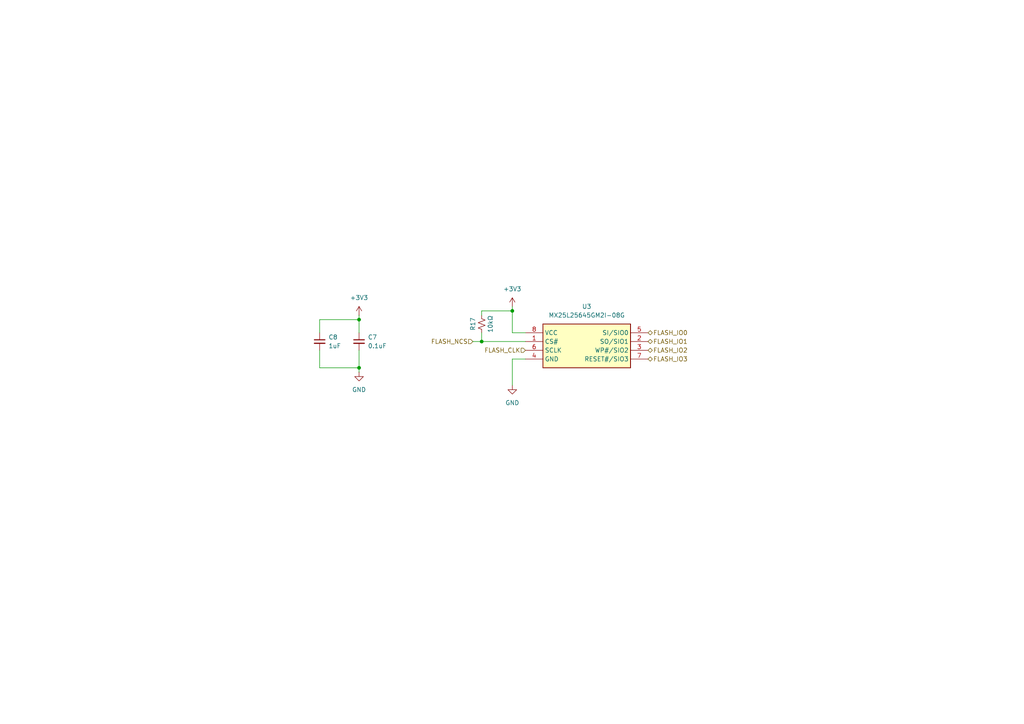
<source format=kicad_sch>
(kicad_sch
	(version 20250114)
	(generator "eeschema")
	(generator_version "9.0")
	(uuid "dd3ccffb-9d59-4dbb-8146-e17d60df9921")
	(paper "A4")
	(lib_symbols
		(symbol "Device_Custom:C_Small"
			(pin_numbers
				(hide yes)
			)
			(pin_names
				(offset 0.254)
				(hide yes)
			)
			(exclude_from_sim no)
			(in_bom yes)
			(on_board yes)
			(property "Reference" "C"
				(at 0.254 1.778 0)
				(effects
					(font
						(size 1.27 1.27)
					)
					(justify left)
				)
			)
			(property "Value" "C_Small"
				(at 0.254 -2.032 0)
				(effects
					(font
						(size 1.27 1.27)
					)
					(justify left)
				)
			)
			(property "Footprint" ""
				(at 0 0 0)
				(effects
					(font
						(size 1.27 1.27)
					)
					(hide yes)
				)
			)
			(property "Datasheet" "~"
				(at 0 0 0)
				(effects
					(font
						(size 1.27 1.27)
					)
					(hide yes)
				)
			)
			(property "Description" "Unpolarized capacitor, small symbol"
				(at 0 0 0)
				(effects
					(font
						(size 1.27 1.27)
					)
					(hide yes)
				)
			)
			(property "LCSC Part #" ""
				(at 0 0 0)
				(effects
					(font
						(size 1.27 1.27)
					)
					(hide yes)
				)
			)
			(property "ki_keywords" "capacitor cap"
				(at 0 0 0)
				(effects
					(font
						(size 1.27 1.27)
					)
					(hide yes)
				)
			)
			(property "ki_fp_filters" "C_*"
				(at 0 0 0)
				(effects
					(font
						(size 1.27 1.27)
					)
					(hide yes)
				)
			)
			(symbol "C_Small_0_1"
				(polyline
					(pts
						(xy -1.524 0.508) (xy 1.524 0.508)
					)
					(stroke
						(width 0.3048)
						(type default)
					)
					(fill
						(type none)
					)
				)
				(polyline
					(pts
						(xy -1.524 -0.508) (xy 1.524 -0.508)
					)
					(stroke
						(width 0.3302)
						(type default)
					)
					(fill
						(type none)
					)
				)
			)
			(symbol "C_Small_1_1"
				(pin passive line
					(at 0 2.54 270)
					(length 2.032)
					(name "~"
						(effects
							(font
								(size 1.27 1.27)
							)
						)
					)
					(number "1"
						(effects
							(font
								(size 1.27 1.27)
							)
						)
					)
				)
				(pin passive line
					(at 0 -2.54 90)
					(length 2.032)
					(name "~"
						(effects
							(font
								(size 1.27 1.27)
							)
						)
					)
					(number "2"
						(effects
							(font
								(size 1.27 1.27)
							)
						)
					)
				)
			)
			(embedded_fonts no)
		)
		(symbol "Device_Custom:R_Small_US"
			(pin_numbers
				(hide yes)
			)
			(pin_names
				(offset 0.254)
				(hide yes)
			)
			(exclude_from_sim no)
			(in_bom yes)
			(on_board yes)
			(property "Reference" "R"
				(at 0.762 0.508 0)
				(effects
					(font
						(size 1.27 1.27)
					)
					(justify left)
				)
			)
			(property "Value" "R_Small_US"
				(at 0.762 -1.016 0)
				(effects
					(font
						(size 1.27 1.27)
					)
					(justify left)
				)
			)
			(property "Footprint" ""
				(at 0 0 0)
				(effects
					(font
						(size 1.27 1.27)
					)
					(hide yes)
				)
			)
			(property "Datasheet" "~"
				(at 0 0 0)
				(effects
					(font
						(size 1.27 1.27)
					)
					(hide yes)
				)
			)
			(property "Description" "Resistor, small US symbol"
				(at 0 0 0)
				(effects
					(font
						(size 1.27 1.27)
					)
					(hide yes)
				)
			)
			(property "LCSC Part #" ""
				(at 0 0 0)
				(effects
					(font
						(size 1.27 1.27)
					)
					(hide yes)
				)
			)
			(property "ki_keywords" "r resistor"
				(at 0 0 0)
				(effects
					(font
						(size 1.27 1.27)
					)
					(hide yes)
				)
			)
			(property "ki_fp_filters" "R_*"
				(at 0 0 0)
				(effects
					(font
						(size 1.27 1.27)
					)
					(hide yes)
				)
			)
			(symbol "R_Small_US_1_1"
				(polyline
					(pts
						(xy 0 1.524) (xy 1.016 1.143) (xy 0 0.762) (xy -1.016 0.381) (xy 0 0)
					)
					(stroke
						(width 0)
						(type default)
					)
					(fill
						(type none)
					)
				)
				(polyline
					(pts
						(xy 0 0) (xy 1.016 -0.381) (xy 0 -0.762) (xy -1.016 -1.143) (xy 0 -1.524)
					)
					(stroke
						(width 0)
						(type default)
					)
					(fill
						(type none)
					)
				)
				(pin passive line
					(at 0 2.54 270)
					(length 1.016)
					(name "~"
						(effects
							(font
								(size 1.27 1.27)
							)
						)
					)
					(number "1"
						(effects
							(font
								(size 1.27 1.27)
							)
						)
					)
				)
				(pin passive line
					(at 0 -2.54 90)
					(length 1.016)
					(name "~"
						(effects
							(font
								(size 1.27 1.27)
							)
						)
					)
					(number "2"
						(effects
							(font
								(size 1.27 1.27)
							)
						)
					)
				)
			)
			(embedded_fonts no)
		)
		(symbol "canardboard:MX25L25645GM2I-08G"
			(exclude_from_sim no)
			(in_bom yes)
			(on_board yes)
			(property "Reference" "U"
				(at 6.604 7.366 0)
				(effects
					(font
						(size 1.27 1.27)
					)
					(justify left top)
				)
			)
			(property "Value" "MX25L25645GM2I-08G"
				(at 6.604 4.826 0)
				(effects
					(font
						(size 1.27 1.27)
					)
					(justify left top)
				)
			)
			(property "Footprint" "SOIC127P790X216-8N"
				(at 39.37 -94.92 0)
				(effects
					(font
						(size 1.27 1.27)
					)
					(justify left top)
					(hide yes)
				)
			)
			(property "Datasheet" "https://www.mxic.com.tw/Lists/Datasheet/Attachments/8906/MX25L25645G,%203V,%20256Mb,%20v2.0.pdf"
				(at 39.37 -194.92 0)
				(effects
					(font
						(size 1.27 1.27)
					)
					(justify left top)
					(hide yes)
				)
			)
			(property "Description" ""
				(at 0 0 0)
				(effects
					(font
						(size 1.27 1.27)
					)
					(hide yes)
				)
			)
			(property "Height" "2.16"
				(at 39.37 -394.92 0)
				(effects
					(font
						(size 1.27 1.27)
					)
					(justify left top)
					(hide yes)
				)
			)
			(property "Mouser Part Number" "95-25L25645GM2I0TR"
				(at 39.37 -494.92 0)
				(effects
					(font
						(size 1.27 1.27)
					)
					(justify left top)
					(hide yes)
				)
			)
			(property "Mouser Price/Stock" "https://www.mouser.co.uk/ProductDetail/Macronix/MX25L25645GM2I-08G-TR?qs=mELouGlnn3ePrySf7raZ7g%3D%3D"
				(at 39.37 -594.92 0)
				(effects
					(font
						(size 1.27 1.27)
					)
					(justify left top)
					(hide yes)
				)
			)
			(property "Manufacturer_Name" "Macronix"
				(at 39.37 -694.92 0)
				(effects
					(font
						(size 1.27 1.27)
					)
					(justify left top)
					(hide yes)
				)
			)
			(property "Manufacturer_Part_Number" "MX25L25645GM2I-08G-TR"
				(at 39.37 -794.92 0)
				(effects
					(font
						(size 1.27 1.27)
					)
					(justify left top)
					(hide yes)
				)
			)
			(symbol "MX25L25645GM2I-08G_1_1"
				(rectangle
					(start 5.08 2.54)
					(end 30.48 -10.16)
					(stroke
						(width 0.254)
						(type default)
					)
					(fill
						(type background)
					)
				)
				(pin passive line
					(at 0 0 0)
					(length 5.08)
					(name "VCC"
						(effects
							(font
								(size 1.27 1.27)
							)
						)
					)
					(number "8"
						(effects
							(font
								(size 1.27 1.27)
							)
						)
					)
				)
				(pin passive line
					(at 0 -2.54 0)
					(length 5.08)
					(name "CS#"
						(effects
							(font
								(size 1.27 1.27)
							)
						)
					)
					(number "1"
						(effects
							(font
								(size 1.27 1.27)
							)
						)
					)
				)
				(pin passive line
					(at 0 -5.08 0)
					(length 5.08)
					(name "SCLK"
						(effects
							(font
								(size 1.27 1.27)
							)
						)
					)
					(number "6"
						(effects
							(font
								(size 1.27 1.27)
							)
						)
					)
				)
				(pin passive line
					(at 0 -7.62 0)
					(length 5.08)
					(name "GND"
						(effects
							(font
								(size 1.27 1.27)
							)
						)
					)
					(number "4"
						(effects
							(font
								(size 1.27 1.27)
							)
						)
					)
				)
				(pin passive line
					(at 35.56 0 180)
					(length 5.08)
					(name "SI/SIO0"
						(effects
							(font
								(size 1.27 1.27)
							)
						)
					)
					(number "5"
						(effects
							(font
								(size 1.27 1.27)
							)
						)
					)
				)
				(pin passive line
					(at 35.56 -2.54 180)
					(length 5.08)
					(name "SO/SIO1"
						(effects
							(font
								(size 1.27 1.27)
							)
						)
					)
					(number "2"
						(effects
							(font
								(size 1.27 1.27)
							)
						)
					)
				)
				(pin passive line
					(at 35.56 -5.08 180)
					(length 5.08)
					(name "WP#/SIO2"
						(effects
							(font
								(size 1.27 1.27)
							)
						)
					)
					(number "3"
						(effects
							(font
								(size 1.27 1.27)
							)
						)
					)
				)
				(pin passive line
					(at 35.56 -7.62 180)
					(length 5.08)
					(name "RESET#/SIO3"
						(effects
							(font
								(size 1.27 1.27)
							)
						)
					)
					(number "7"
						(effects
							(font
								(size 1.27 1.27)
							)
						)
					)
				)
			)
			(embedded_fonts no)
		)
		(symbol "power:+3V3"
			(power)
			(pin_numbers
				(hide yes)
			)
			(pin_names
				(offset 0)
				(hide yes)
			)
			(exclude_from_sim no)
			(in_bom yes)
			(on_board yes)
			(property "Reference" "#PWR"
				(at 0 -3.81 0)
				(effects
					(font
						(size 1.27 1.27)
					)
					(hide yes)
				)
			)
			(property "Value" "+3V3"
				(at 0 3.556 0)
				(effects
					(font
						(size 1.27 1.27)
					)
				)
			)
			(property "Footprint" ""
				(at 0 0 0)
				(effects
					(font
						(size 1.27 1.27)
					)
					(hide yes)
				)
			)
			(property "Datasheet" ""
				(at 0 0 0)
				(effects
					(font
						(size 1.27 1.27)
					)
					(hide yes)
				)
			)
			(property "Description" "Power symbol creates a global label with name \"+3V3\""
				(at 0 0 0)
				(effects
					(font
						(size 1.27 1.27)
					)
					(hide yes)
				)
			)
			(property "ki_keywords" "global power"
				(at 0 0 0)
				(effects
					(font
						(size 1.27 1.27)
					)
					(hide yes)
				)
			)
			(symbol "+3V3_0_1"
				(polyline
					(pts
						(xy -0.762 1.27) (xy 0 2.54)
					)
					(stroke
						(width 0)
						(type default)
					)
					(fill
						(type none)
					)
				)
				(polyline
					(pts
						(xy 0 2.54) (xy 0.762 1.27)
					)
					(stroke
						(width 0)
						(type default)
					)
					(fill
						(type none)
					)
				)
				(polyline
					(pts
						(xy 0 0) (xy 0 2.54)
					)
					(stroke
						(width 0)
						(type default)
					)
					(fill
						(type none)
					)
				)
			)
			(symbol "+3V3_1_1"
				(pin power_in line
					(at 0 0 90)
					(length 0)
					(name "~"
						(effects
							(font
								(size 1.27 1.27)
							)
						)
					)
					(number "1"
						(effects
							(font
								(size 1.27 1.27)
							)
						)
					)
				)
			)
			(embedded_fonts no)
		)
		(symbol "power:GND"
			(power)
			(pin_numbers
				(hide yes)
			)
			(pin_names
				(offset 0)
				(hide yes)
			)
			(exclude_from_sim no)
			(in_bom yes)
			(on_board yes)
			(property "Reference" "#PWR"
				(at 0 -6.35 0)
				(effects
					(font
						(size 1.27 1.27)
					)
					(hide yes)
				)
			)
			(property "Value" "GND"
				(at 0 -3.81 0)
				(effects
					(font
						(size 1.27 1.27)
					)
				)
			)
			(property "Footprint" ""
				(at 0 0 0)
				(effects
					(font
						(size 1.27 1.27)
					)
					(hide yes)
				)
			)
			(property "Datasheet" ""
				(at 0 0 0)
				(effects
					(font
						(size 1.27 1.27)
					)
					(hide yes)
				)
			)
			(property "Description" "Power symbol creates a global label with name \"GND\" , ground"
				(at 0 0 0)
				(effects
					(font
						(size 1.27 1.27)
					)
					(hide yes)
				)
			)
			(property "ki_keywords" "global power"
				(at 0 0 0)
				(effects
					(font
						(size 1.27 1.27)
					)
					(hide yes)
				)
			)
			(symbol "GND_0_1"
				(polyline
					(pts
						(xy 0 0) (xy 0 -1.27) (xy 1.27 -1.27) (xy 0 -2.54) (xy -1.27 -1.27) (xy 0 -1.27)
					)
					(stroke
						(width 0)
						(type default)
					)
					(fill
						(type none)
					)
				)
			)
			(symbol "GND_1_1"
				(pin power_in line
					(at 0 0 270)
					(length 0)
					(name "~"
						(effects
							(font
								(size 1.27 1.27)
							)
						)
					)
					(number "1"
						(effects
							(font
								(size 1.27 1.27)
							)
						)
					)
				)
			)
			(embedded_fonts no)
		)
	)
	(junction
		(at 104.14 92.71)
		(diameter 0)
		(color 0 0 0 0)
		(uuid "39f3e70f-f824-4354-b107-a68fa9b5f455")
	)
	(junction
		(at 104.14 106.68)
		(diameter 0)
		(color 0 0 0 0)
		(uuid "96520e67-d7b5-4ca7-83ef-41efe7414c77")
	)
	(junction
		(at 139.7 99.06)
		(diameter 0)
		(color 0 0 0 0)
		(uuid "e0b0c938-5d6c-4b3c-a297-5fa9502d3c09")
	)
	(junction
		(at 148.59 90.17)
		(diameter 0)
		(color 0 0 0 0)
		(uuid "f5c7e0ff-5dfd-41e1-9825-0fc5ac1d3471")
	)
	(wire
		(pts
			(xy 148.59 90.17) (xy 139.7 90.17)
		)
		(stroke
			(width 0)
			(type default)
		)
		(uuid "15d33849-acd8-4004-a1c9-706de2f2546f")
	)
	(wire
		(pts
			(xy 152.4 99.06) (xy 139.7 99.06)
		)
		(stroke
			(width 0)
			(type default)
		)
		(uuid "1898154d-1345-4dd7-9231-0b64e64159a9")
	)
	(wire
		(pts
			(xy 104.14 106.68) (xy 104.14 107.95)
		)
		(stroke
			(width 0)
			(type default)
		)
		(uuid "2586d203-3830-41b8-a2cf-b24f4cce4094")
	)
	(wire
		(pts
			(xy 104.14 91.44) (xy 104.14 92.71)
		)
		(stroke
			(width 0)
			(type default)
		)
		(uuid "316e7f33-18c8-4351-9fc6-98b0d795cf47")
	)
	(wire
		(pts
			(xy 104.14 101.6) (xy 104.14 106.68)
		)
		(stroke
			(width 0)
			(type default)
		)
		(uuid "3911c5ae-36e7-40aa-9bc9-d112f4388e9d")
	)
	(wire
		(pts
			(xy 139.7 96.52) (xy 139.7 99.06)
		)
		(stroke
			(width 0)
			(type default)
		)
		(uuid "3b954408-df8d-45d6-9f31-9c22d4de4bba")
	)
	(wire
		(pts
			(xy 148.59 88.9) (xy 148.59 90.17)
		)
		(stroke
			(width 0)
			(type default)
		)
		(uuid "47b01ea6-0a72-42ed-b668-9b29c411b640")
	)
	(wire
		(pts
			(xy 104.14 92.71) (xy 104.14 96.52)
		)
		(stroke
			(width 0)
			(type default)
		)
		(uuid "70030fed-aa0b-46e0-8857-2794986e766e")
	)
	(wire
		(pts
			(xy 148.59 96.52) (xy 152.4 96.52)
		)
		(stroke
			(width 0)
			(type default)
		)
		(uuid "7717582a-5e36-4d28-a07e-403525d5e937")
	)
	(wire
		(pts
			(xy 139.7 90.17) (xy 139.7 91.44)
		)
		(stroke
			(width 0)
			(type default)
		)
		(uuid "8530586a-0f11-482a-9908-e31dab5df3a8")
	)
	(wire
		(pts
			(xy 137.16 99.06) (xy 139.7 99.06)
		)
		(stroke
			(width 0)
			(type default)
		)
		(uuid "87a90ff0-558a-4f99-baef-731e2a2b8c1e")
	)
	(wire
		(pts
			(xy 92.71 92.71) (xy 92.71 96.52)
		)
		(stroke
			(width 0)
			(type default)
		)
		(uuid "94cbf098-24be-466b-92eb-f9ef5729864e")
	)
	(wire
		(pts
			(xy 92.71 92.71) (xy 104.14 92.71)
		)
		(stroke
			(width 0)
			(type default)
		)
		(uuid "a147638a-7fe1-4107-aec2-b06fd8e69b91")
	)
	(wire
		(pts
			(xy 92.71 101.6) (xy 92.71 106.68)
		)
		(stroke
			(width 0)
			(type default)
		)
		(uuid "da6e915f-8c23-452a-8c73-07c963df092c")
	)
	(wire
		(pts
			(xy 148.59 90.17) (xy 148.59 96.52)
		)
		(stroke
			(width 0)
			(type default)
		)
		(uuid "dcd46121-955a-4393-bb3f-328ce86e8569")
	)
	(wire
		(pts
			(xy 152.4 104.14) (xy 148.59 104.14)
		)
		(stroke
			(width 0)
			(type default)
		)
		(uuid "ebf81000-e86b-478a-af21-5cb8422d72d3")
	)
	(wire
		(pts
			(xy 148.59 104.14) (xy 148.59 111.76)
		)
		(stroke
			(width 0)
			(type default)
		)
		(uuid "f07ed39a-a4b7-4629-9e79-0a09c242f1ea")
	)
	(wire
		(pts
			(xy 92.71 106.68) (xy 104.14 106.68)
		)
		(stroke
			(width 0)
			(type default)
		)
		(uuid "f32b8a63-2718-48aa-8610-016647151e25")
	)
	(hierarchical_label "FLASH_IO3"
		(shape bidirectional)
		(at 187.96 104.14 0)
		(effects
			(font
				(size 1.27 1.27)
			)
			(justify left)
		)
		(uuid "4cb0e55f-34d0-48ff-a69d-57955d1dbbeb")
	)
	(hierarchical_label "FLASH_IO1"
		(shape bidirectional)
		(at 187.96 99.06 0)
		(effects
			(font
				(size 1.27 1.27)
			)
			(justify left)
		)
		(uuid "4e9b9dfd-5fec-49f7-aec2-ff73e6f3c44a")
	)
	(hierarchical_label "FLASH_NCS"
		(shape input)
		(at 137.16 99.06 180)
		(effects
			(font
				(size 1.27 1.27)
			)
			(justify right)
		)
		(uuid "52cca521-a543-4e3b-9422-5b9e3734cd5a")
	)
	(hierarchical_label "FLASH_IO0"
		(shape bidirectional)
		(at 187.96 96.52 0)
		(effects
			(font
				(size 1.27 1.27)
			)
			(justify left)
		)
		(uuid "7db20e97-83a5-4853-9463-01c34cb8bc9c")
	)
	(hierarchical_label "FLASH_CLK"
		(shape input)
		(at 152.4 101.6 180)
		(effects
			(font
				(size 1.27 1.27)
			)
			(justify right)
		)
		(uuid "e11d90c4-dc70-4873-9599-54d7fbf96722")
	)
	(hierarchical_label "FLASH_IO2"
		(shape bidirectional)
		(at 187.96 101.6 0)
		(effects
			(font
				(size 1.27 1.27)
			)
			(justify left)
		)
		(uuid "fcaa9d28-c2b9-40cc-80df-6d1b029edb2b")
	)
	(symbol
		(lib_id "power:+3V3")
		(at 104.14 91.44 0)
		(unit 1)
		(exclude_from_sim no)
		(in_bom yes)
		(on_board yes)
		(dnp no)
		(fields_autoplaced yes)
		(uuid "2d9ac957-0c7d-4c2f-b27a-fa64fc11f48f")
		(property "Reference" "#PWR050"
			(at 104.14 95.25 0)
			(effects
				(font
					(size 1.27 1.27)
				)
				(hide yes)
			)
		)
		(property "Value" "+3V3"
			(at 104.14 86.36 0)
			(effects
				(font
					(size 1.27 1.27)
				)
			)
		)
		(property "Footprint" ""
			(at 104.14 91.44 0)
			(effects
				(font
					(size 1.27 1.27)
				)
				(hide yes)
			)
		)
		(property "Datasheet" ""
			(at 104.14 91.44 0)
			(effects
				(font
					(size 1.27 1.27)
				)
				(hide yes)
			)
		)
		(property "Description" "Power symbol creates a global label with name \"+3V3\""
			(at 104.14 91.44 0)
			(effects
				(font
					(size 1.27 1.27)
				)
				(hide yes)
			)
		)
		(pin "1"
			(uuid "44b33f8c-65fb-4bf1-ac03-4589e1ba1a80")
		)
		(instances
			(project "CanardBoard"
				(path "/605ab838-6b02-4cf5-a6b5-94a0cdb1b998/3bf63de2-f072-4034-9f3c-b5559a05babe"
					(reference "#PWR050")
					(unit 1)
				)
			)
		)
	)
	(symbol
		(lib_id "canardboard:MX25L25645GM2I-08G")
		(at 152.4 96.52 0)
		(unit 1)
		(exclude_from_sim no)
		(in_bom yes)
		(on_board yes)
		(dnp no)
		(fields_autoplaced yes)
		(uuid "2f8bea60-6eca-4496-884b-56cd193c8158")
		(property "Reference" "U3"
			(at 170.18 88.9 0)
			(effects
				(font
					(size 1.27 1.27)
				)
			)
		)
		(property "Value" "MX25L25645GM2I-08G"
			(at 170.18 91.44 0)
			(effects
				(font
					(size 1.27 1.27)
				)
			)
		)
		(property "Footprint" "SOIC127P790X216-8N"
			(at 191.77 191.44 0)
			(effects
				(font
					(size 1.27 1.27)
				)
				(justify left top)
				(hide yes)
			)
		)
		(property "Datasheet" "https://www.mxic.com.tw/Lists/Datasheet/Attachments/8906/MX25L25645G,%203V,%20256Mb,%20v2.0.pdf"
			(at 191.77 291.44 0)
			(effects
				(font
					(size 1.27 1.27)
				)
				(justify left top)
				(hide yes)
			)
		)
		(property "Description" ""
			(at 152.4 96.52 0)
			(effects
				(font
					(size 1.27 1.27)
				)
				(hide yes)
			)
		)
		(property "Height" "2.16"
			(at 191.77 491.44 0)
			(effects
				(font
					(size 1.27 1.27)
				)
				(justify left top)
				(hide yes)
			)
		)
		(property "Mouser Part Number" "95-25L25645GM2I0TR"
			(at 191.77 591.44 0)
			(effects
				(font
					(size 1.27 1.27)
				)
				(justify left top)
				(hide yes)
			)
		)
		(property "Mouser Price/Stock" "https://www.mouser.co.uk/ProductDetail/Macronix/MX25L25645GM2I-08G-TR?qs=mELouGlnn3ePrySf7raZ7g%3D%3D"
			(at 191.77 691.44 0)
			(effects
				(font
					(size 1.27 1.27)
				)
				(justify left top)
				(hide yes)
			)
		)
		(property "Manufacturer_Name" "Macronix"
			(at 191.77 791.44 0)
			(effects
				(font
					(size 1.27 1.27)
				)
				(justify left top)
				(hide yes)
			)
		)
		(property "Manufacturer_Part_Number" "MX25L25645GM2I-08G-TR"
			(at 191.77 891.44 0)
			(effects
				(font
					(size 1.27 1.27)
				)
				(justify left top)
				(hide yes)
			)
		)
		(pin "8"
			(uuid "351b4022-dac2-42d4-ba28-c28356b34e69")
		)
		(pin "5"
			(uuid "b9acc2d1-3ded-4815-a07e-99ebfd2ab6df")
		)
		(pin "1"
			(uuid "752e761e-6daf-4bf5-9de3-243e1c6602bb")
		)
		(pin "4"
			(uuid "a07391d1-1007-4f9b-86d2-c0c56a638ed7")
		)
		(pin "2"
			(uuid "dee63cc5-5322-482b-87ab-1f82ec4fe535")
		)
		(pin "3"
			(uuid "a38566a0-e368-4844-846e-7c1cba483429")
		)
		(pin "6"
			(uuid "a45a0306-d2b6-4a3e-8656-a8173dd68e85")
		)
		(pin "7"
			(uuid "473fd2f7-86a8-461d-933c-5c68ab5545af")
		)
		(instances
			(project ""
				(path "/605ab838-6b02-4cf5-a6b5-94a0cdb1b998/3bf63de2-f072-4034-9f3c-b5559a05babe"
					(reference "U3")
					(unit 1)
				)
			)
		)
	)
	(symbol
		(lib_id "power:GND")
		(at 104.14 107.95 0)
		(unit 1)
		(exclude_from_sim no)
		(in_bom yes)
		(on_board yes)
		(dnp no)
		(fields_autoplaced yes)
		(uuid "6fbfad7f-1c5c-4eb6-a97e-6d5eb7d231bb")
		(property "Reference" "#PWR047"
			(at 104.14 114.3 0)
			(effects
				(font
					(size 1.27 1.27)
				)
				(hide yes)
			)
		)
		(property "Value" "GND"
			(at 104.14 113.03 0)
			(effects
				(font
					(size 1.27 1.27)
				)
			)
		)
		(property "Footprint" ""
			(at 104.14 107.95 0)
			(effects
				(font
					(size 1.27 1.27)
				)
				(hide yes)
			)
		)
		(property "Datasheet" ""
			(at 104.14 107.95 0)
			(effects
				(font
					(size 1.27 1.27)
				)
				(hide yes)
			)
		)
		(property "Description" "Power symbol creates a global label with name \"GND\" , ground"
			(at 104.14 107.95 0)
			(effects
				(font
					(size 1.27 1.27)
				)
				(hide yes)
			)
		)
		(pin "1"
			(uuid "93c27ae4-8679-43db-9d51-05a5293395fe")
		)
		(instances
			(project "CanardBoard"
				(path "/605ab838-6b02-4cf5-a6b5-94a0cdb1b998/3bf63de2-f072-4034-9f3c-b5559a05babe"
					(reference "#PWR047")
					(unit 1)
				)
			)
		)
	)
	(symbol
		(lib_id "power:GND")
		(at 148.59 111.76 0)
		(unit 1)
		(exclude_from_sim no)
		(in_bom yes)
		(on_board yes)
		(dnp no)
		(fields_autoplaced yes)
		(uuid "731faf9f-c32a-410d-96c8-39cbf37459e4")
		(property "Reference" "#PWR0101"
			(at 148.59 118.11 0)
			(effects
				(font
					(size 1.27 1.27)
				)
				(hide yes)
			)
		)
		(property "Value" "GND"
			(at 148.59 116.84 0)
			(effects
				(font
					(size 1.27 1.27)
				)
			)
		)
		(property "Footprint" ""
			(at 148.59 111.76 0)
			(effects
				(font
					(size 1.27 1.27)
				)
				(hide yes)
			)
		)
		(property "Datasheet" ""
			(at 148.59 111.76 0)
			(effects
				(font
					(size 1.27 1.27)
				)
				(hide yes)
			)
		)
		(property "Description" "Power symbol creates a global label with name \"GND\" , ground"
			(at 148.59 111.76 0)
			(effects
				(font
					(size 1.27 1.27)
				)
				(hide yes)
			)
		)
		(pin "1"
			(uuid "91e2ab08-abed-4289-8d6e-42cc108137f7")
		)
		(instances
			(project "CanardBoard"
				(path "/605ab838-6b02-4cf5-a6b5-94a0cdb1b998/3bf63de2-f072-4034-9f3c-b5559a05babe"
					(reference "#PWR0101")
					(unit 1)
				)
			)
		)
	)
	(symbol
		(lib_id "Device_Custom:C_Small")
		(at 92.71 99.06 0)
		(mirror y)
		(unit 1)
		(exclude_from_sim no)
		(in_bom yes)
		(on_board yes)
		(dnp no)
		(fields_autoplaced yes)
		(uuid "952f0dff-dd17-4077-bd54-f76208db435c")
		(property "Reference" "C8"
			(at 95.25 97.7962 0)
			(effects
				(font
					(size 1.27 1.27)
				)
				(justify right)
			)
		)
		(property "Value" "1uF"
			(at 95.25 100.3362 0)
			(effects
				(font
					(size 1.27 1.27)
				)
				(justify right)
			)
		)
		(property "Footprint" "Capacitor_SMD:C_0402_1005Metric"
			(at 92.71 99.06 0)
			(effects
				(font
					(size 1.27 1.27)
				)
				(hide yes)
			)
		)
		(property "Datasheet" "~"
			(at 92.71 99.06 0)
			(effects
				(font
					(size 1.27 1.27)
				)
				(hide yes)
			)
		)
		(property "Description" "Unpolarized capacitor, small symbol"
			(at 92.71 99.06 0)
			(effects
				(font
					(size 1.27 1.27)
				)
				(hide yes)
			)
		)
		(property "LCSC Part #" "C49678"
			(at 92.71 99.06 0)
			(effects
				(font
					(size 1.27 1.27)
				)
				(hide yes)
			)
		)
		(pin "1"
			(uuid "0d1bbb68-379d-48e7-9f52-455f36bc0962")
		)
		(pin "2"
			(uuid "c95a39fe-9562-4156-bad6-18e91880c908")
		)
		(instances
			(project "CanardBoard"
				(path "/605ab838-6b02-4cf5-a6b5-94a0cdb1b998/3bf63de2-f072-4034-9f3c-b5559a05babe"
					(reference "C8")
					(unit 1)
				)
			)
		)
	)
	(symbol
		(lib_id "Device_Custom:C_Small")
		(at 104.14 99.06 0)
		(mirror y)
		(unit 1)
		(exclude_from_sim no)
		(in_bom yes)
		(on_board yes)
		(dnp no)
		(fields_autoplaced yes)
		(uuid "c76c2145-1005-44a7-a51c-73628b8ee78e")
		(property "Reference" "C7"
			(at 106.68 97.7962 0)
			(effects
				(font
					(size 1.27 1.27)
				)
				(justify right)
			)
		)
		(property "Value" "0.1uF"
			(at 106.68 100.3362 0)
			(effects
				(font
					(size 1.27 1.27)
				)
				(justify right)
			)
		)
		(property "Footprint" "Capacitor_SMD:C_0402_1005Metric"
			(at 104.14 99.06 0)
			(effects
				(font
					(size 1.27 1.27)
				)
				(hide yes)
			)
		)
		(property "Datasheet" "~"
			(at 104.14 99.06 0)
			(effects
				(font
					(size 1.27 1.27)
				)
				(hide yes)
			)
		)
		(property "Description" "Unpolarized capacitor, small symbol"
			(at 104.14 99.06 0)
			(effects
				(font
					(size 1.27 1.27)
				)
				(hide yes)
			)
		)
		(property "LCSC Part #" "C49678"
			(at 104.14 99.06 0)
			(effects
				(font
					(size 1.27 1.27)
				)
				(hide yes)
			)
		)
		(pin "1"
			(uuid "4ff9bdec-1663-43c3-9bfc-38e8217e3242")
		)
		(pin "2"
			(uuid "1fb93b90-d629-492a-a0cf-90fb99e33679")
		)
		(instances
			(project "CanardBoard"
				(path "/605ab838-6b02-4cf5-a6b5-94a0cdb1b998/3bf63de2-f072-4034-9f3c-b5559a05babe"
					(reference "C7")
					(unit 1)
				)
			)
		)
	)
	(symbol
		(lib_id "Device_Custom:R_Small_US")
		(at 139.7 93.98 0)
		(unit 1)
		(exclude_from_sim no)
		(in_bom yes)
		(on_board yes)
		(dnp no)
		(uuid "da94a9f3-809e-459e-afe1-47d762ef5d05")
		(property "Reference" "R17"
			(at 137.16 93.98 90)
			(effects
				(font
					(size 1.27 1.27)
				)
			)
		)
		(property "Value" "10kΩ"
			(at 142.24 93.98 90)
			(effects
				(font
					(size 1.27 1.27)
				)
			)
		)
		(property "Footprint" "Resistor_SMD:R_0402_1005Metric"
			(at 139.7 93.98 0)
			(effects
				(font
					(size 1.27 1.27)
				)
				(hide yes)
			)
		)
		(property "Datasheet" "~"
			(at 139.7 93.98 0)
			(effects
				(font
					(size 1.27 1.27)
				)
				(hide yes)
			)
		)
		(property "Description" "Resistor, small US symbol"
			(at 139.7 93.98 0)
			(effects
				(font
					(size 1.27 1.27)
				)
				(hide yes)
			)
		)
		(property "LCSC Part #" "C17414"
			(at 139.7 93.98 0)
			(effects
				(font
					(size 1.27 1.27)
				)
				(hide yes)
			)
		)
		(pin "1"
			(uuid "55b0e07b-0ad1-4f76-818f-a442e74fed75")
		)
		(pin "2"
			(uuid "672c53f2-864e-4e12-bbaf-836090f1c844")
		)
		(instances
			(project "CanardBoard"
				(path "/605ab838-6b02-4cf5-a6b5-94a0cdb1b998/3bf63de2-f072-4034-9f3c-b5559a05babe"
					(reference "R17")
					(unit 1)
				)
			)
		)
	)
	(symbol
		(lib_id "power:+3V3")
		(at 148.59 88.9 0)
		(unit 1)
		(exclude_from_sim no)
		(in_bom yes)
		(on_board yes)
		(dnp no)
		(fields_autoplaced yes)
		(uuid "e7b28229-d986-40b0-af0b-02d7e395a32a")
		(property "Reference" "#PWR0102"
			(at 148.59 92.71 0)
			(effects
				(font
					(size 1.27 1.27)
				)
				(hide yes)
			)
		)
		(property "Value" "+3V3"
			(at 148.59 83.82 0)
			(effects
				(font
					(size 1.27 1.27)
				)
			)
		)
		(property "Footprint" ""
			(at 148.59 88.9 0)
			(effects
				(font
					(size 1.27 1.27)
				)
				(hide yes)
			)
		)
		(property "Datasheet" ""
			(at 148.59 88.9 0)
			(effects
				(font
					(size 1.27 1.27)
				)
				(hide yes)
			)
		)
		(property "Description" "Power symbol creates a global label with name \"+3V3\""
			(at 148.59 88.9 0)
			(effects
				(font
					(size 1.27 1.27)
				)
				(hide yes)
			)
		)
		(pin "1"
			(uuid "e3117b62-15ec-44e6-a000-81d2909c5da0")
		)
		(instances
			(project "CanardBoard"
				(path "/605ab838-6b02-4cf5-a6b5-94a0cdb1b998/3bf63de2-f072-4034-9f3c-b5559a05babe"
					(reference "#PWR0102")
					(unit 1)
				)
			)
		)
	)
)

</source>
